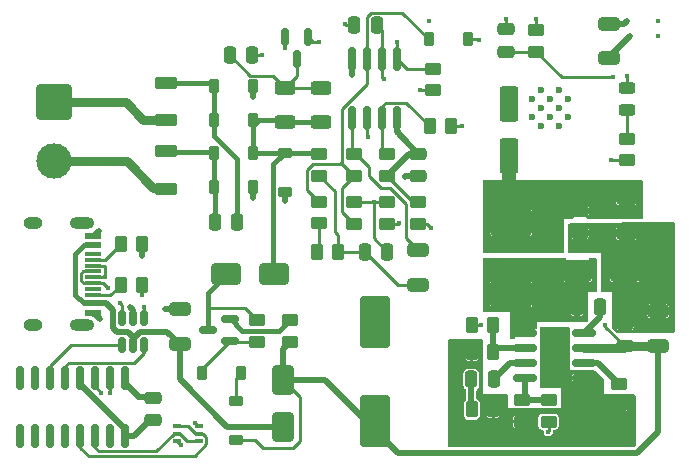
<source format=gtl>
G04 #@! TF.GenerationSoftware,KiCad,Pcbnew,9.0.5*
G04 #@! TF.CreationDate,2025-10-24T16:35:50+02:00*
G04 #@! TF.ProjectId,Mini-EMS-ESP,4d696e69-2d45-44d5-932d-4553502e6b69,rev?*
G04 #@! TF.SameCoordinates,Original*
G04 #@! TF.FileFunction,Copper,L1,Top*
G04 #@! TF.FilePolarity,Positive*
%FSLAX46Y46*%
G04 Gerber Fmt 4.6, Leading zero omitted, Abs format (unit mm)*
G04 Created by KiCad (PCBNEW 9.0.5) date 2025-10-24 16:35:50*
%MOMM*%
%LPD*%
G01*
G04 APERTURE LIST*
G04 Aperture macros list*
%AMRoundRect*
0 Rectangle with rounded corners*
0 $1 Rounding radius*
0 $2 $3 $4 $5 $6 $7 $8 $9 X,Y pos of 4 corners*
0 Add a 4 corners polygon primitive as box body*
4,1,4,$2,$3,$4,$5,$6,$7,$8,$9,$2,$3,0*
0 Add four circle primitives for the rounded corners*
1,1,$1+$1,$2,$3*
1,1,$1+$1,$4,$5*
1,1,$1+$1,$6,$7*
1,1,$1+$1,$8,$9*
0 Add four rect primitives between the rounded corners*
20,1,$1+$1,$2,$3,$4,$5,0*
20,1,$1+$1,$4,$5,$6,$7,0*
20,1,$1+$1,$6,$7,$8,$9,0*
20,1,$1+$1,$8,$9,$2,$3,0*%
G04 Aperture macros list end*
G04 #@! TA.AperFunction,SMDPad,CuDef*
%ADD10RoundRect,0.250000X-0.450000X0.262500X-0.450000X-0.262500X0.450000X-0.262500X0.450000X0.262500X0*%
G04 #@! TD*
G04 #@! TA.AperFunction,SMDPad,CuDef*
%ADD11RoundRect,0.250000X0.450000X-0.262500X0.450000X0.262500X-0.450000X0.262500X-0.450000X-0.262500X0*%
G04 #@! TD*
G04 #@! TA.AperFunction,SMDPad,CuDef*
%ADD12RoundRect,0.250000X0.250000X0.475000X-0.250000X0.475000X-0.250000X-0.475000X0.250000X-0.475000X0*%
G04 #@! TD*
G04 #@! TA.AperFunction,SMDPad,CuDef*
%ADD13RoundRect,0.250000X-0.475000X0.250000X-0.475000X-0.250000X0.475000X-0.250000X0.475000X0.250000X0*%
G04 #@! TD*
G04 #@! TA.AperFunction,SMDPad,CuDef*
%ADD14RoundRect,0.225000X-0.225000X-0.375000X0.225000X-0.375000X0.225000X0.375000X-0.225000X0.375000X0*%
G04 #@! TD*
G04 #@! TA.AperFunction,SMDPad,CuDef*
%ADD15RoundRect,0.250000X0.475000X-0.250000X0.475000X0.250000X-0.475000X0.250000X-0.475000X-0.250000X0*%
G04 #@! TD*
G04 #@! TA.AperFunction,ComponentPad*
%ADD16RoundRect,0.249999X-1.250001X1.250001X-1.250001X-1.250001X1.250001X-1.250001X1.250001X1.250001X0*%
G04 #@! TD*
G04 #@! TA.AperFunction,ComponentPad*
%ADD17C,3.000000*%
G04 #@! TD*
G04 #@! TA.AperFunction,SMDPad,CuDef*
%ADD18RoundRect,0.250000X0.650000X-0.325000X0.650000X0.325000X-0.650000X0.325000X-0.650000X-0.325000X0*%
G04 #@! TD*
G04 #@! TA.AperFunction,SMDPad,CuDef*
%ADD19RoundRect,0.150000X-0.150000X0.825000X-0.150000X-0.825000X0.150000X-0.825000X0.150000X0.825000X0*%
G04 #@! TD*
G04 #@! TA.AperFunction,SMDPad,CuDef*
%ADD20RoundRect,0.150000X-0.150000X0.587500X-0.150000X-0.587500X0.150000X-0.587500X0.150000X0.587500X0*%
G04 #@! TD*
G04 #@! TA.AperFunction,SMDPad,CuDef*
%ADD21RoundRect,0.250000X-0.262500X-0.450000X0.262500X-0.450000X0.262500X0.450000X-0.262500X0.450000X0*%
G04 #@! TD*
G04 #@! TA.AperFunction,SMDPad,CuDef*
%ADD22RoundRect,0.250000X-1.000000X-0.650000X1.000000X-0.650000X1.000000X0.650000X-1.000000X0.650000X0*%
G04 #@! TD*
G04 #@! TA.AperFunction,SMDPad,CuDef*
%ADD23RoundRect,0.250000X0.262500X0.450000X-0.262500X0.450000X-0.262500X-0.450000X0.262500X-0.450000X0*%
G04 #@! TD*
G04 #@! TA.AperFunction,SMDPad,CuDef*
%ADD24RoundRect,0.243750X-0.456250X0.243750X-0.456250X-0.243750X0.456250X-0.243750X0.456250X0.243750X0*%
G04 #@! TD*
G04 #@! TA.AperFunction,SMDPad,CuDef*
%ADD25RoundRect,0.150000X0.587500X0.150000X-0.587500X0.150000X-0.587500X-0.150000X0.587500X-0.150000X0*%
G04 #@! TD*
G04 #@! TA.AperFunction,SMDPad,CuDef*
%ADD26RoundRect,0.250000X-0.250000X-0.475000X0.250000X-0.475000X0.250000X0.475000X-0.250000X0.475000X0*%
G04 #@! TD*
G04 #@! TA.AperFunction,SMDPad,CuDef*
%ADD27RoundRect,0.225000X0.225000X0.375000X-0.225000X0.375000X-0.225000X-0.375000X0.225000X-0.375000X0*%
G04 #@! TD*
G04 #@! TA.AperFunction,SMDPad,CuDef*
%ADD28RoundRect,0.250000X1.500000X-0.925000X1.500000X0.925000X-1.500000X0.925000X-1.500000X-0.925000X0*%
G04 #@! TD*
G04 #@! TA.AperFunction,SMDPad,CuDef*
%ADD29RoundRect,0.225000X0.375000X-0.225000X0.375000X0.225000X-0.375000X0.225000X-0.375000X-0.225000X0*%
G04 #@! TD*
G04 #@! TA.AperFunction,SMDPad,CuDef*
%ADD30RoundRect,0.150000X-0.825000X-0.150000X0.825000X-0.150000X0.825000X0.150000X-0.825000X0.150000X0*%
G04 #@! TD*
G04 #@! TA.AperFunction,SMDPad,CuDef*
%ADD31RoundRect,0.250000X-0.650000X0.325000X-0.650000X-0.325000X0.650000X-0.325000X0.650000X0.325000X0*%
G04 #@! TD*
G04 #@! TA.AperFunction,SMDPad,CuDef*
%ADD32RoundRect,0.250000X0.625000X-0.312500X0.625000X0.312500X-0.625000X0.312500X-0.625000X-0.312500X0*%
G04 #@! TD*
G04 #@! TA.AperFunction,SMDPad,CuDef*
%ADD33RoundRect,0.250000X0.550000X-1.250000X0.550000X1.250000X-0.550000X1.250000X-0.550000X-1.250000X0*%
G04 #@! TD*
G04 #@! TA.AperFunction,SMDPad,CuDef*
%ADD34RoundRect,0.250000X1.000000X-1.950000X1.000000X1.950000X-1.000000X1.950000X-1.000000X-1.950000X0*%
G04 #@! TD*
G04 #@! TA.AperFunction,SMDPad,CuDef*
%ADD35RoundRect,0.250000X0.700000X-0.275000X0.700000X0.275000X-0.700000X0.275000X-0.700000X-0.275000X0*%
G04 #@! TD*
G04 #@! TA.AperFunction,SMDPad,CuDef*
%ADD36R,1.450000X0.600000*%
G04 #@! TD*
G04 #@! TA.AperFunction,SMDPad,CuDef*
%ADD37R,1.450000X0.300000*%
G04 #@! TD*
G04 #@! TA.AperFunction,ComponentPad*
%ADD38O,2.100000X1.000000*%
G04 #@! TD*
G04 #@! TA.AperFunction,ComponentPad*
%ADD39O,1.600000X1.000000*%
G04 #@! TD*
G04 #@! TA.AperFunction,SMDPad,CuDef*
%ADD40RoundRect,0.250000X-0.650000X1.000000X-0.650000X-1.000000X0.650000X-1.000000X0.650000X1.000000X0*%
G04 #@! TD*
G04 #@! TA.AperFunction,SMDPad,CuDef*
%ADD41RoundRect,0.150000X-0.150000X0.512500X-0.150000X-0.512500X0.150000X-0.512500X0.150000X0.512500X0*%
G04 #@! TD*
G04 #@! TA.AperFunction,SMDPad,CuDef*
%ADD42RoundRect,0.100000X0.225000X0.100000X-0.225000X0.100000X-0.225000X-0.100000X0.225000X-0.100000X0*%
G04 #@! TD*
G04 #@! TA.AperFunction,SMDPad,CuDef*
%ADD43RoundRect,0.225000X-0.375000X0.225000X-0.375000X-0.225000X0.375000X-0.225000X0.375000X0.225000X0*%
G04 #@! TD*
G04 #@! TA.AperFunction,HeatsinkPad*
%ADD44C,0.600000*%
G04 #@! TD*
G04 #@! TA.AperFunction,ViaPad*
%ADD45C,0.450000*%
G04 #@! TD*
G04 #@! TA.AperFunction,Conductor*
%ADD46C,0.400000*%
G04 #@! TD*
G04 #@! TA.AperFunction,Conductor*
%ADD47C,0.250000*%
G04 #@! TD*
G04 #@! TA.AperFunction,Conductor*
%ADD48C,0.500000*%
G04 #@! TD*
G04 #@! TA.AperFunction,Conductor*
%ADD49C,1.200000*%
G04 #@! TD*
G04 #@! TA.AperFunction,Conductor*
%ADD50C,0.800000*%
G04 #@! TD*
G04 APERTURE END LIST*
D10*
X107696000Y-91289500D03*
X107696000Y-93114500D03*
D11*
X92811600Y-114399700D03*
X92811600Y-112574700D03*
D12*
X121788000Y-111506000D03*
X119888000Y-111506000D03*
D13*
X106426000Y-98491000D03*
X106426000Y-100391000D03*
X120142000Y-103317000D03*
X120142000Y-105217000D03*
D14*
X89155000Y-101303667D03*
X92455000Y-101303667D03*
D15*
X123952000Y-114803000D03*
X123952000Y-112903000D03*
D16*
X75590400Y-94136000D03*
D17*
X75590400Y-99136000D03*
D18*
X86233000Y-114632000D03*
X86233000Y-111682000D03*
D19*
X104648000Y-90489000D03*
X103378000Y-90489000D03*
X102108000Y-90489000D03*
X100838000Y-90489000D03*
X100838000Y-95439000D03*
X102108000Y-95439000D03*
X103378000Y-95439000D03*
X104648000Y-95439000D03*
D20*
X97089000Y-88597500D03*
X95189000Y-88597500D03*
X96139000Y-90472500D03*
D10*
X103759000Y-102592500D03*
X103759000Y-104417500D03*
D19*
X81616000Y-117463189D03*
X80346000Y-117463189D03*
X79076000Y-117463189D03*
X77806000Y-117463189D03*
X76536000Y-117463189D03*
X75266000Y-117463189D03*
X73996000Y-117463189D03*
X72726000Y-117463189D03*
X72726000Y-122413189D03*
X73996000Y-122413189D03*
X75266000Y-122413189D03*
X76536000Y-122413189D03*
X77806000Y-122413189D03*
X79076000Y-122413189D03*
X80346000Y-122413189D03*
X81616000Y-122413189D03*
D10*
X98044000Y-98528500D03*
X98044000Y-100353500D03*
D21*
X110974500Y-120142000D03*
X112799500Y-120142000D03*
D10*
X123444000Y-117959500D03*
X123444000Y-119784500D03*
D22*
X119920000Y-108458000D03*
X123920000Y-108458000D03*
D23*
X99667700Y-106781600D03*
X97842700Y-106781600D03*
D24*
X124104400Y-92940900D03*
X124104400Y-94815900D03*
D25*
X90497900Y-114386400D03*
X90497900Y-112486400D03*
X88622900Y-113436400D03*
D26*
X101031000Y-87565000D03*
X102931000Y-87565000D03*
D27*
X92455000Y-95631000D03*
X89155000Y-95631000D03*
D28*
X114300000Y-110340000D03*
X114300000Y-104290000D03*
D23*
X112799500Y-115316000D03*
X110974500Y-115316000D03*
D29*
X91033600Y-122706400D03*
X91033600Y-119406400D03*
D10*
X100965000Y-98528500D03*
X100965000Y-100353500D03*
X100965000Y-102592500D03*
X100965000Y-104417500D03*
D11*
X103759000Y-100353500D03*
X103759000Y-98528500D03*
D30*
X115508000Y-113665000D03*
X115508000Y-114935000D03*
X115508000Y-116205000D03*
X115508000Y-117475000D03*
X120458000Y-117475000D03*
X120458000Y-116205000D03*
X120458000Y-114935000D03*
X120458000Y-113665000D03*
D18*
X126746000Y-114759000D03*
X126746000Y-111809000D03*
D21*
X110974500Y-113030000D03*
X112799500Y-113030000D03*
D31*
X124079000Y-102284000D03*
X124079000Y-105234000D03*
D14*
X89155000Y-92794667D03*
X92455000Y-92794667D03*
D10*
X116433600Y-88038300D03*
X116433600Y-89863300D03*
D12*
X91120000Y-104267000D03*
X89220000Y-104267000D03*
D26*
X90490000Y-90170000D03*
X92390000Y-90170000D03*
D27*
X110666800Y-88798400D03*
X107366800Y-88798400D03*
D32*
X95123000Y-95823500D03*
X95123000Y-92898500D03*
D15*
X113842800Y-89850000D03*
X113842800Y-87950000D03*
D10*
X115189000Y-119356500D03*
X115189000Y-121181500D03*
D15*
X83972400Y-121041200D03*
X83972400Y-119141200D03*
D21*
X107418500Y-96139000D03*
X109243500Y-96139000D03*
D33*
X114096800Y-98669200D03*
X114096800Y-94269200D03*
D27*
X91413600Y-117094000D03*
X88113600Y-117094000D03*
D11*
X124155200Y-99058100D03*
X124155200Y-97233100D03*
D34*
X102819200Y-121141600D03*
X102819200Y-112741600D03*
D26*
X110937000Y-117602000D03*
X112837000Y-117602000D03*
D21*
X81233000Y-106172000D03*
X83058000Y-106172000D03*
D26*
X101920000Y-106781600D03*
X103820000Y-106781600D03*
D35*
X85090000Y-95656800D03*
X85090000Y-92506800D03*
D31*
X122555000Y-87474000D03*
X122555000Y-90424000D03*
D36*
X78921000Y-105487000D03*
X78921000Y-106262000D03*
D37*
X78921000Y-106962000D03*
X78921000Y-107462000D03*
X78921000Y-107962000D03*
X78921000Y-108462000D03*
X78921000Y-108962000D03*
X78921000Y-109462000D03*
X78921000Y-109962000D03*
X78921000Y-110462000D03*
D36*
X78921000Y-111162000D03*
X78921000Y-111937000D03*
D38*
X78006000Y-104392000D03*
X78006000Y-104392000D03*
D39*
X73826000Y-104392000D03*
X73826000Y-104392000D03*
D38*
X78006000Y-113032000D03*
X78006000Y-113032000D03*
D39*
X73826000Y-113032000D03*
X73826000Y-113032000D03*
D22*
X90202000Y-108712000D03*
X94202000Y-108712000D03*
D32*
X98171000Y-95823500D03*
X98171000Y-92898500D03*
D31*
X106426000Y-106627400D03*
X106426000Y-109577400D03*
D40*
X94996000Y-117634000D03*
X94996000Y-121634000D03*
D21*
X81233000Y-109601000D03*
X83058000Y-109601000D03*
D11*
X98044000Y-104392100D03*
X98044000Y-102567100D03*
D27*
X92455000Y-98467334D03*
X89155000Y-98467334D03*
D10*
X117475000Y-119356500D03*
X117475000Y-121181500D03*
D35*
X85090000Y-101447800D03*
X85090000Y-98297800D03*
D41*
X83246000Y-112400500D03*
X82296000Y-112400500D03*
X81346000Y-112400500D03*
X81346000Y-114675500D03*
X82296000Y-114675500D03*
X83246000Y-114675500D03*
D10*
X106426000Y-102617900D03*
X106426000Y-104442900D03*
D42*
X87879000Y-122839000D03*
X87879000Y-122189000D03*
X87879000Y-121539000D03*
X85979000Y-121539000D03*
X85979000Y-122189000D03*
X85979000Y-122839000D03*
D11*
X95605600Y-114399700D03*
X95605600Y-112574700D03*
D43*
X95123000Y-98426000D03*
X95123000Y-101726000D03*
D44*
X119159000Y-95351500D03*
X119159000Y-93826500D03*
X118396500Y-96114000D03*
X118396500Y-94589000D03*
X118396500Y-93064000D03*
X117634000Y-95351500D03*
X117634000Y-93826500D03*
X116871500Y-96114000D03*
X116871500Y-94589000D03*
X116871500Y-93064000D03*
X116109000Y-95351500D03*
X116109000Y-93826500D03*
D45*
X118745000Y-115443000D03*
X111556800Y-88849200D03*
X79502000Y-112522000D03*
X118745000Y-114554000D03*
X117221000Y-115443000D03*
X125603000Y-106553000D03*
X117221000Y-116332000D03*
X123444000Y-110845600D03*
X101953443Y-114501732D03*
X82677000Y-118999000D03*
X117983000Y-117221000D03*
X118745000Y-113665000D03*
X117221000Y-117221000D03*
X121285000Y-119761000D03*
X119761000Y-118745000D03*
X100203000Y-87503000D03*
X117983000Y-115443000D03*
X113588800Y-93040200D03*
X124841000Y-106553000D03*
X124307600Y-111607600D03*
X84963000Y-111633000D03*
X125120400Y-110845600D03*
X92456000Y-93726000D03*
X118999000Y-118745000D03*
X83058000Y-107188000D03*
X120523000Y-119761000D03*
X93218000Y-90170000D03*
X120523000Y-120777000D03*
X124104400Y-91897200D03*
X95123000Y-89535000D03*
X83058000Y-110490000D03*
X117221000Y-114554000D03*
X124079000Y-106553000D03*
X119761000Y-119761000D03*
X118999000Y-120777000D03*
X82042000Y-111506000D03*
X79375000Y-105029000D03*
X100838000Y-91821000D03*
X126746000Y-87249000D03*
X105283000Y-100457000D03*
X95123000Y-102489000D03*
X118745000Y-117221000D03*
X117983000Y-116332000D03*
X114604800Y-93040200D03*
X103682800Y-114503200D03*
X119761000Y-120777000D03*
X125120400Y-111607600D03*
X124079000Y-87249000D03*
X104775000Y-104394000D03*
X117221000Y-113665000D03*
X92456000Y-102235000D03*
X117983000Y-114554000D03*
X107315000Y-87249000D03*
X123317000Y-106553000D03*
X121285000Y-118745000D03*
X118999000Y-119761000D03*
X118745000Y-116332000D03*
X117983000Y-113665000D03*
X113842800Y-87122000D03*
X121285000Y-120777000D03*
X124307600Y-110845600D03*
X123444000Y-111607600D03*
X102815105Y-114501732D03*
X120523000Y-118745000D03*
X105123000Y-97188000D03*
X122021600Y-101142800D03*
X118973600Y-101142800D03*
X119989600Y-101142800D03*
X117955299Y-101138508D03*
X117449600Y-122021600D03*
X123037600Y-101142800D03*
X106553000Y-93091000D03*
X82753200Y-122021600D03*
X126746000Y-88519000D03*
X124333000Y-88519000D03*
X116433600Y-87071200D03*
X116939299Y-101138508D03*
X121005600Y-101142800D03*
X124053600Y-101142800D03*
X102666800Y-102592500D03*
X102158800Y-97078800D03*
X103505000Y-92185000D03*
X122275600Y-112979200D03*
X111760000Y-113030000D03*
X87503000Y-121285000D03*
X107543600Y-104800400D03*
X86360000Y-123190000D03*
X122936000Y-92025000D03*
X98044000Y-89052400D03*
X104648000Y-89052400D03*
X110109000Y-96139000D03*
X80330432Y-118735232D03*
X79603600Y-118719600D03*
X80137000Y-109855000D03*
X83185000Y-111506000D03*
X81153000Y-111142000D03*
X79947000Y-108913000D03*
X122783600Y-99009200D03*
D46*
X89155000Y-95631000D02*
X89155000Y-92794667D01*
X89155000Y-97011158D02*
X89155000Y-95631000D01*
X85090000Y-92506800D02*
X85496200Y-92506800D01*
X91120000Y-104267000D02*
X91120000Y-98976158D01*
X88901000Y-92540667D02*
X89155000Y-92794667D01*
X85496200Y-92506800D02*
X85530067Y-92540667D01*
X85530067Y-92540667D02*
X88901000Y-92540667D01*
X91120000Y-98976158D02*
X89155000Y-97011158D01*
X85090000Y-98297800D02*
X85496200Y-98297800D01*
X89220000Y-101368667D02*
X89155000Y-101303667D01*
X89019333Y-98331667D02*
X89155000Y-98467334D01*
X85530067Y-98331667D02*
X89019333Y-98331667D01*
X89155000Y-101303667D02*
X89155000Y-98467334D01*
X85496200Y-98297800D02*
X85530067Y-98331667D01*
X89220000Y-104267000D02*
X89220000Y-101368667D01*
D47*
X124104400Y-92940900D02*
X124104400Y-91897200D01*
D48*
X83972400Y-119141200D02*
X83896200Y-119065000D01*
D47*
X92390000Y-90170000D02*
X93218000Y-90170000D01*
D48*
X82296000Y-112400500D02*
X82296000Y-111760000D01*
X92455000Y-102234000D02*
X92456000Y-102235000D01*
X122555000Y-87474000D02*
X123854000Y-87474000D01*
X81616000Y-117463189D02*
X81616000Y-117938000D01*
X82296000Y-111760000D02*
X82042000Y-111506000D01*
X78921000Y-105487000D02*
X78921000Y-105483000D01*
X105349000Y-100391000D02*
X105283000Y-100457000D01*
X106426000Y-100391000D02*
X105349000Y-100391000D01*
D47*
X100265000Y-87565000D02*
X100203000Y-87503000D01*
D48*
X78921000Y-105483000D02*
X79375000Y-105029000D01*
X86233000Y-111682000D02*
X85012000Y-111682000D01*
X78921000Y-111941000D02*
X79502000Y-112522000D01*
D47*
X111506000Y-88798400D02*
X111556800Y-88849200D01*
X104751500Y-104417500D02*
X104775000Y-104394000D01*
D48*
X83058000Y-106172000D02*
X83058000Y-107188000D01*
D47*
X101031000Y-87565000D02*
X100265000Y-87565000D01*
D48*
X100838000Y-90489000D02*
X100838000Y-91821000D01*
X92455000Y-101303667D02*
X92455000Y-102234000D01*
D47*
X95189000Y-88597500D02*
X95189000Y-89469000D01*
D48*
X123854000Y-87474000D02*
X124079000Y-87249000D01*
X85012000Y-111682000D02*
X84963000Y-111633000D01*
X83896200Y-119065000D02*
X82743000Y-119065000D01*
D47*
X95189000Y-89469000D02*
X95123000Y-89535000D01*
D48*
X81616000Y-117938000D02*
X82677000Y-118999000D01*
X95123000Y-101726000D02*
X95123000Y-102489000D01*
D47*
X113842800Y-87950000D02*
X113842800Y-87122000D01*
D48*
X78921000Y-111937000D02*
X78921000Y-111941000D01*
X92455000Y-92794667D02*
X92455000Y-93725000D01*
X92455000Y-93725000D02*
X92456000Y-93726000D01*
D47*
X103759000Y-104417500D02*
X104751500Y-104417500D01*
X83058000Y-109601000D02*
X83058000Y-110490000D01*
X110666800Y-88798400D02*
X111506000Y-88798400D01*
D48*
X82743000Y-119065000D02*
X82677000Y-118999000D01*
D47*
X96139000Y-91882500D02*
X95123000Y-92898500D01*
X98171000Y-92898500D02*
X95123000Y-92898500D01*
X95123000Y-92898500D02*
X94118167Y-91893667D01*
X92213667Y-91893667D02*
X90490000Y-90170000D01*
X96139000Y-90472500D02*
X96139000Y-91882500D01*
X94118167Y-91893667D02*
X92213667Y-91893667D01*
D48*
X83733600Y-121041200D02*
X82753200Y-122021600D01*
X105123000Y-97188000D02*
X104775000Y-96840000D01*
X105621500Y-98491000D02*
X106426000Y-98491000D01*
X104775000Y-96774000D02*
X104648000Y-96647000D01*
D47*
X117475000Y-121181500D02*
X117475000Y-121996200D01*
D48*
X103759000Y-100353500D02*
X105621500Y-98491000D01*
X81616000Y-121796933D02*
X77806000Y-117986933D01*
X104648000Y-96647000D02*
X104648000Y-95439000D01*
D47*
X117475000Y-121996200D02*
X117449600Y-122021600D01*
D48*
X82361611Y-122413189D02*
X82753200Y-122021600D01*
X104775000Y-96840000D02*
X104775000Y-96774000D01*
X106426000Y-98491000D02*
X105123000Y-97188000D01*
X81616000Y-122413189D02*
X82361611Y-122413189D01*
D47*
X106426000Y-102617900D02*
X106023400Y-102617900D01*
D48*
X81616000Y-122413189D02*
X81616000Y-121796933D01*
X83972400Y-121041200D02*
X83733600Y-121041200D01*
D47*
X106576500Y-93114500D02*
X106553000Y-93091000D01*
X116433600Y-88038300D02*
X116433600Y-87071200D01*
X106023400Y-102617900D02*
X103759000Y-100353500D01*
D48*
X77806000Y-117986933D02*
X77806000Y-117463189D01*
D47*
X107696000Y-93114500D02*
X106576500Y-93114500D01*
D48*
X122555000Y-90424000D02*
X122555000Y-90297000D01*
X122555000Y-90297000D02*
X124333000Y-88519000D01*
D49*
X114096800Y-98669200D02*
X114096800Y-101142800D01*
D47*
X105425000Y-105626400D02*
X105425000Y-102759840D01*
X103303640Y-101396800D02*
X102260400Y-100353560D01*
X105425000Y-102759840D02*
X104061960Y-101396800D01*
X100838000Y-95439000D02*
X100838000Y-98401500D01*
X102260400Y-100353560D02*
X102260400Y-99618800D01*
X102260400Y-99618800D02*
X101170100Y-98528500D01*
X104061960Y-101396800D02*
X103303640Y-101396800D01*
X101170100Y-98528500D02*
X100965000Y-98528500D01*
X106426000Y-106627400D02*
X105425000Y-105626400D01*
X100838000Y-98401500D02*
X100965000Y-98528500D01*
X99364800Y-101674300D02*
X98044000Y-100353500D01*
X99667700Y-106781600D02*
X99667700Y-105408100D01*
X101920000Y-106781600D02*
X99667700Y-106781600D01*
X99364800Y-105105200D02*
X99364800Y-101674300D01*
X99667700Y-105408100D02*
X99364800Y-105105200D01*
X104715800Y-109577400D02*
X101920000Y-106781600D01*
X106426000Y-109577400D02*
X104715800Y-109577400D01*
X103759000Y-102592500D02*
X102666800Y-102592500D01*
X102108000Y-95439000D02*
X102108000Y-97028000D01*
X102108000Y-97028000D02*
X102158800Y-97078800D01*
X102666800Y-105628400D02*
X102666800Y-102592500D01*
X102666800Y-102592500D02*
X100965000Y-102592500D01*
X103820000Y-106781600D02*
X102666800Y-105628400D01*
X103378000Y-90489000D02*
X103378000Y-92058000D01*
X103378000Y-89027000D02*
X103378000Y-88012000D01*
X103378000Y-92058000D02*
X103505000Y-92185000D01*
X103378000Y-88012000D02*
X102931000Y-87565000D01*
X103378000Y-90489000D02*
X103378000Y-89027000D01*
D50*
X120458000Y-114935000D02*
X122809000Y-114935000D01*
D47*
X95859600Y-123444000D02*
X96469200Y-122834400D01*
D50*
X122809000Y-114935000D02*
X123820000Y-114935000D01*
D48*
X126746000Y-122047000D02*
X124968000Y-123825000D01*
X126746000Y-114759000D02*
X126746000Y-122047000D01*
X94996000Y-115009300D02*
X95605600Y-114399700D01*
D47*
X93319600Y-123444000D02*
X95859600Y-123444000D01*
D48*
X98533200Y-117634000D02*
X94996000Y-117634000D01*
D50*
X126746000Y-114759000D02*
X123996000Y-114759000D01*
D48*
X102819200Y-121903600D02*
X102819200Y-121141600D01*
D50*
X123820000Y-114935000D02*
X123952000Y-114803000D01*
D47*
X122275600Y-112979200D02*
X122275600Y-113126600D01*
X91060000Y-122732800D02*
X92608400Y-122732800D01*
X96469200Y-122834400D02*
X96469200Y-119107200D01*
X91033600Y-122706400D02*
X91060000Y-122732800D01*
X96469200Y-119107200D02*
X94996000Y-117634000D01*
D48*
X94996000Y-117634000D02*
X94996000Y-115009300D01*
X102040800Y-121141600D02*
X98533200Y-117634000D01*
D47*
X110974500Y-113030000D02*
X111760000Y-113030000D01*
X122275600Y-113126600D02*
X123952000Y-114803000D01*
D50*
X123996000Y-114759000D02*
X123952000Y-114803000D01*
D48*
X124968000Y-123825000D02*
X104740600Y-123825000D01*
D47*
X92608400Y-122732800D02*
X93319600Y-123444000D01*
D48*
X102819200Y-121141600D02*
X102040800Y-121141600D01*
X104740600Y-123825000D02*
X102819200Y-121903600D01*
X121788000Y-111506000D02*
X121788000Y-112335000D01*
X121788000Y-112335000D02*
X120458000Y-113665000D01*
X110937000Y-117602000D02*
X110937000Y-120104500D01*
X110937000Y-120104500D02*
X110974500Y-120142000D01*
X114234000Y-116205000D02*
X112837000Y-117602000D01*
X115508000Y-116205000D02*
X114234000Y-116205000D01*
X81869999Y-113587000D02*
X82296000Y-114013001D01*
D46*
X77394000Y-110422570D02*
X77394000Y-107001430D01*
D48*
X82296000Y-114144256D02*
X82853256Y-113587000D01*
X90263112Y-121634000D02*
X94996000Y-121634000D01*
D46*
X78133430Y-106262000D02*
X78921000Y-106262000D01*
D48*
X82853256Y-113587000D02*
X85188000Y-113587000D01*
X85188000Y-113587000D02*
X86233000Y-114632000D01*
X80023000Y-111162000D02*
X80620000Y-111759000D01*
X82296000Y-114013001D02*
X82296000Y-114675500D01*
X82296000Y-114675500D02*
X82296000Y-114144256D01*
D46*
X78921000Y-111162000D02*
X78133430Y-111162000D01*
D48*
X86233000Y-114632000D02*
X86233000Y-117603888D01*
D46*
X77394000Y-107001430D02*
X78133430Y-106262000D01*
D48*
X80953256Y-113587000D02*
X81869999Y-113587000D01*
X86233000Y-117603888D02*
X90263112Y-121634000D01*
D46*
X78133430Y-111162000D02*
X77394000Y-110422570D01*
D48*
X80620000Y-111759000D02*
X80620000Y-113253744D01*
X80620000Y-113253744D02*
X80953256Y-113587000D01*
X78921000Y-111162000D02*
X80023000Y-111162000D01*
D46*
X94147000Y-108657000D02*
X94147000Y-99402000D01*
X97941500Y-98426000D02*
X98044000Y-98528500D01*
X95123000Y-98426000D02*
X97941500Y-98426000D01*
X95123000Y-95823500D02*
X98171000Y-95823500D01*
X92455000Y-98467334D02*
X92455000Y-96140000D01*
X92455000Y-96140000D02*
X92964000Y-95631000D01*
X94202000Y-108712000D02*
X94147000Y-108657000D01*
X94147000Y-99402000D02*
X95123000Y-98426000D01*
X95081666Y-98467334D02*
X95123000Y-98426000D01*
X92455000Y-95631000D02*
X92964000Y-95631000D01*
X94930500Y-95631000D02*
X95123000Y-95823500D01*
X92964000Y-95631000D02*
X94930500Y-95631000D01*
X92455000Y-98467334D02*
X95081666Y-98467334D01*
D47*
X100965000Y-100353500D02*
X99964000Y-99352500D01*
X97043000Y-101566100D02*
X97043000Y-99855840D01*
X102445840Y-86539000D02*
X102108000Y-86876840D01*
X105107400Y-86539000D02*
X102445840Y-86539000D01*
X97043000Y-99855840D02*
X97556840Y-99342000D01*
X98044000Y-102567100D02*
X97043000Y-101566100D01*
X100965000Y-104417500D02*
X99964000Y-103416500D01*
X99964000Y-99161600D02*
X99964000Y-94696032D01*
X97556840Y-99342000D02*
X99783600Y-99342000D01*
X102108000Y-86876840D02*
X102108000Y-90489000D01*
X99964000Y-101354500D02*
X100965000Y-100353500D01*
X99964000Y-94696032D02*
X102108000Y-92552032D01*
X99964000Y-103416500D02*
X99964000Y-101354500D01*
X99783600Y-99342000D02*
X99964000Y-99161600D01*
X99964000Y-99352500D02*
X99964000Y-99161600D01*
X107366800Y-88798400D02*
X105107400Y-86539000D01*
X102108000Y-92552032D02*
X102108000Y-90489000D01*
X91033600Y-117474000D02*
X91413600Y-117094000D01*
X91033600Y-119406400D02*
X91033600Y-117474000D01*
X88113600Y-116719900D02*
X90497900Y-114335600D01*
X88113600Y-117094000D02*
X88113600Y-116719900D01*
X92811600Y-114399700D02*
X90562000Y-114399700D01*
X90562000Y-114399700D02*
X90497900Y-114335600D01*
X92811600Y-112574700D02*
X91793700Y-111556800D01*
D46*
X88622900Y-111556800D02*
X88622900Y-110291100D01*
D47*
X91793700Y-111556800D02*
X88622900Y-111556800D01*
D46*
X88622900Y-113385600D02*
X88622900Y-111556800D01*
X88622900Y-110291100D02*
X90202000Y-108712000D01*
D50*
X85039400Y-101397200D02*
X85090000Y-101447800D01*
X81762400Y-99136000D02*
X84023600Y-101397200D01*
X84023600Y-101397200D02*
X85039400Y-101397200D01*
X75590400Y-99136000D02*
X81762400Y-99136000D01*
X81690000Y-94136000D02*
X83160200Y-95606200D01*
X85039400Y-95606200D02*
X85090000Y-95656800D01*
X83160200Y-95606200D02*
X85039400Y-95606200D01*
X75590400Y-94136000D02*
X81690000Y-94136000D01*
D46*
X90497900Y-112435600D02*
X91549500Y-113487200D01*
X94693100Y-113487200D02*
X95605600Y-112574700D01*
X91549500Y-113487200D02*
X94693100Y-113487200D01*
D47*
X77806000Y-123388188D02*
X78533001Y-124115189D01*
X88203999Y-122189000D02*
X87879000Y-122189000D01*
X86984130Y-121539000D02*
X87634130Y-122189000D01*
X87497681Y-124115189D02*
X88505000Y-123107870D01*
X85979000Y-121539000D02*
X86984130Y-121539000D01*
X87634130Y-122189000D02*
X87879000Y-122189000D01*
X88505000Y-122490001D02*
X88203999Y-122189000D01*
X77806000Y-122413189D02*
X77806000Y-123388188D01*
X78533001Y-124115189D02*
X87497681Y-124115189D01*
X88505000Y-123107870D02*
X88505000Y-122490001D01*
X85734130Y-122189000D02*
X85979000Y-122189000D01*
X79076000Y-122413189D02*
X79076000Y-123388188D01*
X79076000Y-123388188D02*
X79377001Y-123689189D01*
X87879000Y-122839000D02*
X86877000Y-122839000D01*
X79377001Y-123689189D02*
X84233941Y-123689189D01*
X84233941Y-123689189D02*
X85734130Y-122189000D01*
X86227000Y-122189000D02*
X85979000Y-122189000D01*
X86877000Y-122839000D02*
X86227000Y-122189000D01*
X87757000Y-121539000D02*
X87503000Y-121285000D01*
X87879000Y-121539000D02*
X87757000Y-121539000D01*
X106426000Y-104442900D02*
X107186100Y-104442900D01*
X107186100Y-104442900D02*
X107543600Y-104800400D01*
X85979000Y-122839000D02*
X86009000Y-122839000D01*
X116433600Y-89863300D02*
X118595300Y-92025000D01*
X86009000Y-122839000D02*
X86360000Y-123190000D01*
X118595300Y-92025000D02*
X122936000Y-92025000D01*
X113842800Y-89850000D02*
X116420300Y-89850000D01*
X116420300Y-89850000D02*
X116433600Y-89863300D01*
X104648000Y-90489000D02*
X104648000Y-89052400D01*
X97543900Y-89052400D02*
X97089000Y-88597500D01*
X105448500Y-91289500D02*
X104648000Y-90489000D01*
X98044000Y-89052400D02*
X97543900Y-89052400D01*
X107696000Y-91289500D02*
X105448500Y-91289500D01*
X103378000Y-98147500D02*
X103759000Y-98528500D01*
X103378000Y-94464001D02*
X103378000Y-95439000D01*
X107418500Y-96139000D02*
X105442500Y-94163000D01*
X105442500Y-94163000D02*
X103679001Y-94163000D01*
X103378000Y-95439000D02*
X103378000Y-98147500D01*
X103679001Y-94163000D02*
X103378000Y-94464001D01*
X110109000Y-96139000D02*
X109243500Y-96139000D01*
D48*
X121689500Y-116205000D02*
X120458000Y-116205000D01*
X123444000Y-117959500D02*
X121689500Y-116205000D01*
X113180500Y-114935000D02*
X112799500Y-115316000D01*
X112799500Y-113030000D02*
X112799500Y-115316000D01*
X115508000Y-114935000D02*
X113180500Y-114935000D01*
X117475000Y-119356500D02*
X115189000Y-119356500D01*
X115508000Y-119037500D02*
X115189000Y-119356500D01*
X115508000Y-117475000D02*
X115508000Y-119037500D01*
D47*
X80824000Y-109192000D02*
X81233000Y-109601000D01*
X80372000Y-110462000D02*
X81233000Y-109601000D01*
X78921000Y-110462000D02*
X80372000Y-110462000D01*
X78921000Y-107462000D02*
X79943000Y-107462000D01*
X79943000Y-107462000D02*
X81233000Y-106172000D01*
X80330432Y-117478757D02*
X80346000Y-117463189D01*
X80330432Y-118735232D02*
X80330432Y-117478757D01*
X124155200Y-94866700D02*
X124104400Y-94815900D01*
X124155200Y-97233100D02*
X124155200Y-94866700D01*
X98044000Y-104392100D02*
X98044000Y-106580300D01*
X98044000Y-106580300D02*
X97842700Y-106781600D01*
X79076000Y-118192000D02*
X79076000Y-117463189D01*
X79603600Y-118719600D02*
X79076000Y-118192000D01*
X76536000Y-116488190D02*
X76536000Y-117463189D01*
X76837001Y-116187189D02*
X76536000Y-116488190D01*
X83246000Y-115337999D02*
X82396810Y-116187189D01*
X83246000Y-114675500D02*
X83246000Y-115337999D01*
X82396810Y-116187189D02*
X76837001Y-116187189D01*
X75266000Y-116488190D02*
X77078690Y-114675500D01*
X77078690Y-114675500D02*
X81346000Y-114675500D01*
X75266000Y-117463189D02*
X75266000Y-116488190D01*
X78921000Y-109462000D02*
X79744000Y-109462000D01*
X77895000Y-109240000D02*
X78117000Y-109462000D01*
X77895000Y-108642600D02*
X77895000Y-109240000D01*
X78117000Y-109462000D02*
X78921000Y-109462000D01*
X79744000Y-109462000D02*
X80137000Y-109855000D01*
X78075600Y-108462000D02*
X77895000Y-108642600D01*
X78921000Y-108462000D02*
X78075600Y-108462000D01*
X83185000Y-112339500D02*
X83246000Y-112400500D01*
X83185000Y-111506000D02*
X83185000Y-112339500D01*
X79947000Y-108011000D02*
X79898000Y-107962000D01*
X81346000Y-111335000D02*
X81153000Y-111142000D01*
X78921000Y-108962000D02*
X79898000Y-108962000D01*
X79898000Y-107962000D02*
X78921000Y-107962000D01*
X79898000Y-108962000D02*
X79947000Y-108913000D01*
X81346000Y-112400500D02*
X81346000Y-111335000D01*
X79947000Y-108913000D02*
X79947000Y-108011000D01*
X124106300Y-99009200D02*
X124155200Y-99058100D01*
X122783600Y-99009200D02*
X124106300Y-99009200D01*
G04 #@! TA.AperFunction,Conductor*
G36*
X118925064Y-107334685D02*
G01*
X118970819Y-107387489D01*
X118980763Y-107456647D01*
X118951738Y-107520203D01*
X118892960Y-107557977D01*
X118882216Y-107560617D01*
X118822459Y-107572503D01*
X118822455Y-107572505D01*
X118739760Y-107627760D01*
X118684505Y-107710455D01*
X118684503Y-107710459D01*
X118670000Y-107783371D01*
X118670000Y-108333000D01*
X121170000Y-108333000D01*
X121170000Y-107783373D01*
X121169999Y-107783371D01*
X121155496Y-107710459D01*
X121155494Y-107710455D01*
X121100239Y-107627760D01*
X121017544Y-107572505D01*
X121017540Y-107572503D01*
X120957784Y-107560617D01*
X120895873Y-107528232D01*
X120861299Y-107467517D01*
X120865038Y-107397747D01*
X120905905Y-107341075D01*
X120970923Y-107315494D01*
X120981975Y-107315000D01*
X121415000Y-107315000D01*
X121482039Y-107334685D01*
X121527794Y-107387489D01*
X121539000Y-107439000D01*
X121539000Y-110112000D01*
X121519315Y-110179039D01*
X121466511Y-110224794D01*
X121415000Y-110236000D01*
X120777000Y-110236000D01*
X120777000Y-112652000D01*
X120757315Y-112719039D01*
X120704511Y-112764794D01*
X120653000Y-112776000D01*
X116459000Y-112776000D01*
X116459000Y-113241000D01*
X116439315Y-113308039D01*
X116386511Y-113353794D01*
X116335000Y-113365000D01*
X115633000Y-113365000D01*
X115633000Y-113541000D01*
X115630449Y-113549685D01*
X115631738Y-113558647D01*
X115620759Y-113582687D01*
X115613315Y-113608039D01*
X115606474Y-113613966D01*
X115602713Y-113622203D01*
X115580478Y-113636492D01*
X115560511Y-113653794D01*
X115549996Y-113656081D01*
X115543935Y-113659977D01*
X115509000Y-113665000D01*
X115508000Y-113665000D01*
X115508000Y-113666000D01*
X115488315Y-113733039D01*
X115435511Y-113778794D01*
X115384000Y-113790000D01*
X114533001Y-113790000D01*
X114533001Y-113829772D01*
X114541703Y-113873526D01*
X114541704Y-113873529D01*
X114574856Y-113923143D01*
X114608910Y-113945898D01*
X114653715Y-113999510D01*
X114662422Y-114068835D01*
X114632267Y-114131863D01*
X114572824Y-114168582D01*
X114540019Y-114173000D01*
X114297000Y-114173000D01*
X114229961Y-114153315D01*
X114184206Y-114100511D01*
X114173000Y-114049000D01*
X114173000Y-113500220D01*
X114533000Y-113500220D01*
X114533000Y-113540000D01*
X115383000Y-113540000D01*
X115383000Y-113365000D01*
X114668228Y-113365000D01*
X114624472Y-113373703D01*
X114624470Y-113373704D01*
X114574856Y-113406856D01*
X114541703Y-113456473D01*
X114541701Y-113456477D01*
X114533000Y-113500220D01*
X114173000Y-113500220D01*
X114173000Y-112005628D01*
X119388000Y-112005628D01*
X119402503Y-112078540D01*
X119402505Y-112078544D01*
X119457760Y-112161239D01*
X119540455Y-112216494D01*
X119540459Y-112216496D01*
X119613371Y-112230999D01*
X119613374Y-112231000D01*
X119763000Y-112231000D01*
X120013000Y-112231000D01*
X120162626Y-112231000D01*
X120162628Y-112230999D01*
X120235540Y-112216496D01*
X120235544Y-112216494D01*
X120318239Y-112161239D01*
X120373494Y-112078544D01*
X120373496Y-112078540D01*
X120387999Y-112005628D01*
X120388000Y-112005626D01*
X120388000Y-111631000D01*
X120013000Y-111631000D01*
X120013000Y-112231000D01*
X119763000Y-112231000D01*
X119763000Y-111631000D01*
X119388000Y-111631000D01*
X119388000Y-112005628D01*
X114173000Y-112005628D01*
X114173000Y-111887000D01*
X112011000Y-111887000D01*
X111943961Y-111867315D01*
X111898206Y-111814511D01*
X111887000Y-111763000D01*
X111887000Y-111289628D01*
X112550000Y-111289628D01*
X112564503Y-111362540D01*
X112564505Y-111362544D01*
X112619760Y-111445239D01*
X112702455Y-111500494D01*
X112702459Y-111500496D01*
X112775371Y-111514999D01*
X112775374Y-111515000D01*
X114175000Y-111515000D01*
X114425000Y-111515000D01*
X115824626Y-111515000D01*
X115824628Y-111514999D01*
X115897540Y-111500496D01*
X115897547Y-111500493D01*
X115933398Y-111476538D01*
X115933402Y-111476536D01*
X115980239Y-111445239D01*
X116035494Y-111362544D01*
X116035496Y-111362540D01*
X116049999Y-111289628D01*
X116050000Y-111289626D01*
X116050000Y-111006371D01*
X119388000Y-111006371D01*
X119388000Y-111381000D01*
X119763000Y-111381000D01*
X120013000Y-111381000D01*
X120388000Y-111381000D01*
X120388000Y-111006373D01*
X120387999Y-111006371D01*
X120373496Y-110933459D01*
X120373494Y-110933455D01*
X120318239Y-110850760D01*
X120235544Y-110795505D01*
X120235540Y-110795503D01*
X120162627Y-110781000D01*
X120013000Y-110781000D01*
X120013000Y-111381000D01*
X119763000Y-111381000D01*
X119763000Y-110781000D01*
X119613373Y-110781000D01*
X119540459Y-110795503D01*
X119540455Y-110795505D01*
X119457760Y-110850760D01*
X119402505Y-110933455D01*
X119402503Y-110933459D01*
X119388000Y-111006371D01*
X116050000Y-111006371D01*
X116050000Y-110465000D01*
X114425000Y-110465000D01*
X114425000Y-111515000D01*
X114175000Y-111515000D01*
X114175000Y-110465000D01*
X112550000Y-110465000D01*
X112550000Y-111289628D01*
X111887000Y-111289628D01*
X111887000Y-109390371D01*
X112550000Y-109390371D01*
X112550000Y-110215000D01*
X114175000Y-110215000D01*
X114425000Y-110215000D01*
X116050000Y-110215000D01*
X116050000Y-109390373D01*
X116049999Y-109390371D01*
X116035496Y-109317459D01*
X116035494Y-109317455D01*
X115980239Y-109234760D01*
X115897544Y-109179505D01*
X115897540Y-109179503D01*
X115824627Y-109165000D01*
X114425000Y-109165000D01*
X114425000Y-110215000D01*
X114175000Y-110215000D01*
X114175000Y-109165000D01*
X112775373Y-109165000D01*
X112702459Y-109179503D01*
X112702455Y-109179505D01*
X112619760Y-109234760D01*
X112564505Y-109317455D01*
X112564503Y-109317459D01*
X112550000Y-109390371D01*
X111887000Y-109390371D01*
X111887000Y-109132628D01*
X118670000Y-109132628D01*
X118684503Y-109205540D01*
X118684505Y-109205544D01*
X118739760Y-109288239D01*
X118822455Y-109343494D01*
X118822459Y-109343496D01*
X118895371Y-109357999D01*
X118895374Y-109358000D01*
X119795000Y-109358000D01*
X120045000Y-109358000D01*
X120944626Y-109358000D01*
X120944628Y-109357999D01*
X121017540Y-109343496D01*
X121017544Y-109343494D01*
X121100239Y-109288239D01*
X121155494Y-109205544D01*
X121155496Y-109205540D01*
X121169999Y-109132628D01*
X121170000Y-109132626D01*
X121170000Y-108583000D01*
X120045000Y-108583000D01*
X120045000Y-109358000D01*
X119795000Y-109358000D01*
X119795000Y-108583000D01*
X118670000Y-108583000D01*
X118670000Y-109132628D01*
X111887000Y-109132628D01*
X111887000Y-107439000D01*
X111906685Y-107371961D01*
X111959489Y-107326206D01*
X112011000Y-107315000D01*
X118858025Y-107315000D01*
X118925064Y-107334685D01*
G37*
G04 #@! TD.AperFunction*
G04 #@! TA.AperFunction,Conductor*
G36*
X119196039Y-113176685D02*
G01*
X119241794Y-113229489D01*
X119253000Y-113281000D01*
X119253000Y-116840000D01*
X121360638Y-116840000D01*
X121427677Y-116859685D01*
X121448319Y-116876319D01*
X122137681Y-117565681D01*
X122171166Y-117627004D01*
X122174000Y-117653362D01*
X122174000Y-118872000D01*
X124717000Y-118872000D01*
X124784039Y-118891685D01*
X124829794Y-118944489D01*
X124841000Y-118996000D01*
X124841000Y-123193000D01*
X124821315Y-123260039D01*
X124768511Y-123305794D01*
X124717000Y-123317000D01*
X109090000Y-123317000D01*
X109022961Y-123297315D01*
X108977206Y-123244511D01*
X108966000Y-123193000D01*
X108966000Y-121468628D01*
X114489000Y-121468628D01*
X114503503Y-121541540D01*
X114503505Y-121541544D01*
X114558760Y-121624239D01*
X114641455Y-121679494D01*
X114641459Y-121679496D01*
X114714371Y-121693999D01*
X114714374Y-121694000D01*
X115064000Y-121694000D01*
X115314000Y-121694000D01*
X115663626Y-121694000D01*
X115663628Y-121693999D01*
X115736540Y-121679496D01*
X115736544Y-121679494D01*
X115819239Y-121624239D01*
X115874494Y-121541544D01*
X115874496Y-121541540D01*
X115888999Y-121468628D01*
X115889000Y-121468626D01*
X115889000Y-121306500D01*
X115314000Y-121306500D01*
X115314000Y-121694000D01*
X115064000Y-121694000D01*
X115064000Y-121306500D01*
X114489000Y-121306500D01*
X114489000Y-121468628D01*
X108966000Y-121468628D01*
X108966000Y-117093506D01*
X110261500Y-117093506D01*
X110261500Y-118110493D01*
X110277279Y-118210121D01*
X110277280Y-118210124D01*
X110277281Y-118210126D01*
X110318749Y-118291511D01*
X110338473Y-118330221D01*
X110338476Y-118330225D01*
X110433774Y-118425523D01*
X110433780Y-118425528D01*
X110443794Y-118430630D01*
X110494590Y-118478604D01*
X110511500Y-118541115D01*
X110511500Y-119241987D01*
X110491815Y-119309026D01*
X110460386Y-119342305D01*
X110458776Y-119343474D01*
X110363476Y-119438774D01*
X110363473Y-119438778D01*
X110302279Y-119558878D01*
X110286500Y-119658506D01*
X110286500Y-120625493D01*
X110302279Y-120725121D01*
X110302280Y-120725124D01*
X110302281Y-120725126D01*
X110363472Y-120845220D01*
X110363473Y-120845221D01*
X110363476Y-120845225D01*
X110458774Y-120940523D01*
X110458778Y-120940526D01*
X110458780Y-120940528D01*
X110578874Y-121001719D01*
X110578876Y-121001719D01*
X110578878Y-121001720D01*
X110678507Y-121017500D01*
X110678512Y-121017500D01*
X111270493Y-121017500D01*
X111370121Y-121001720D01*
X111370121Y-121001719D01*
X111370126Y-121001719D01*
X111490220Y-120940528D01*
X111536377Y-120894371D01*
X114489000Y-120894371D01*
X114489000Y-121056500D01*
X115064000Y-121056500D01*
X115314000Y-121056500D01*
X115889000Y-121056500D01*
X115889000Y-120894379D01*
X115888998Y-120894365D01*
X115887236Y-120885506D01*
X116599500Y-120885506D01*
X116599500Y-121477493D01*
X116615279Y-121577121D01*
X116615280Y-121577124D01*
X116615281Y-121577126D01*
X116676472Y-121697220D01*
X116676473Y-121697221D01*
X116676476Y-121697225D01*
X116771774Y-121792523D01*
X116771778Y-121792526D01*
X116771780Y-121792528D01*
X116891874Y-121853719D01*
X116944498Y-121862053D01*
X117007632Y-121891983D01*
X117044564Y-121951294D01*
X117049100Y-121984527D01*
X117049100Y-122074327D01*
X117076393Y-122176187D01*
X117129120Y-122267513D01*
X117203687Y-122342080D01*
X117295013Y-122394807D01*
X117396873Y-122422100D01*
X117396875Y-122422100D01*
X117502325Y-122422100D01*
X117502327Y-122422100D01*
X117604187Y-122394807D01*
X117695513Y-122342080D01*
X117770080Y-122267513D01*
X117822807Y-122176187D01*
X117850100Y-122074327D01*
X117850100Y-121992573D01*
X117869785Y-121925534D01*
X117922589Y-121879779D01*
X117954703Y-121870100D01*
X118058121Y-121853720D01*
X118058121Y-121853719D01*
X118058126Y-121853719D01*
X118178220Y-121792528D01*
X118273528Y-121697220D01*
X118334719Y-121577126D01*
X118340355Y-121541544D01*
X118350500Y-121477493D01*
X118350500Y-120885506D01*
X118334720Y-120785878D01*
X118334719Y-120785876D01*
X118334719Y-120785874D01*
X118273528Y-120665780D01*
X118273526Y-120665778D01*
X118273523Y-120665774D01*
X118178225Y-120570476D01*
X118178221Y-120570473D01*
X118178220Y-120570472D01*
X118058126Y-120509281D01*
X118058124Y-120509280D01*
X118058121Y-120509279D01*
X117958493Y-120493500D01*
X117958488Y-120493500D01*
X116991512Y-120493500D01*
X116991507Y-120493500D01*
X116891878Y-120509279D01*
X116771778Y-120570473D01*
X116771774Y-120570476D01*
X116676476Y-120665774D01*
X116676473Y-120665778D01*
X116615279Y-120785878D01*
X116599500Y-120885506D01*
X115887236Y-120885506D01*
X115874496Y-120821459D01*
X115874494Y-120821455D01*
X115819239Y-120738760D01*
X115736544Y-120683505D01*
X115736540Y-120683503D01*
X115663627Y-120669000D01*
X115314000Y-120669000D01*
X115314000Y-121056500D01*
X115064000Y-121056500D01*
X115064000Y-120669000D01*
X114714373Y-120669000D01*
X114641459Y-120683503D01*
X114641455Y-120683505D01*
X114558760Y-120738760D01*
X114503505Y-120821455D01*
X114503503Y-120821459D01*
X114489000Y-120894371D01*
X111536377Y-120894371D01*
X111585528Y-120845220D01*
X111646719Y-120725126D01*
X111652355Y-120689544D01*
X111662500Y-120625493D01*
X111662500Y-120616628D01*
X112287000Y-120616628D01*
X112301503Y-120689540D01*
X112301505Y-120689544D01*
X112356760Y-120772239D01*
X112439455Y-120827494D01*
X112439459Y-120827496D01*
X112512371Y-120841999D01*
X112512374Y-120842000D01*
X112674500Y-120842000D01*
X112924500Y-120842000D01*
X113086626Y-120842000D01*
X113086628Y-120841999D01*
X113159540Y-120827496D01*
X113159544Y-120827494D01*
X113222870Y-120785182D01*
X113222871Y-120785181D01*
X113242240Y-120772239D01*
X113297494Y-120689544D01*
X113297496Y-120689540D01*
X113311999Y-120616628D01*
X113312000Y-120616626D01*
X113312000Y-120267000D01*
X112924500Y-120267000D01*
X112924500Y-120842000D01*
X112674500Y-120842000D01*
X112674500Y-120267000D01*
X112287000Y-120267000D01*
X112287000Y-120616628D01*
X111662500Y-120616628D01*
X111662500Y-120071628D01*
X122744000Y-120071628D01*
X122758503Y-120144540D01*
X122758505Y-120144544D01*
X122813760Y-120227239D01*
X122896455Y-120282494D01*
X122896459Y-120282496D01*
X122969371Y-120296999D01*
X122969374Y-120297000D01*
X123319000Y-120297000D01*
X123569000Y-120297000D01*
X123918626Y-120297000D01*
X123918628Y-120296999D01*
X123991540Y-120282496D01*
X123991544Y-120282494D01*
X124074239Y-120227239D01*
X124129494Y-120144544D01*
X124129496Y-120144540D01*
X124143999Y-120071628D01*
X124144000Y-120071626D01*
X124144000Y-119909500D01*
X123569000Y-119909500D01*
X123569000Y-120297000D01*
X123319000Y-120297000D01*
X123319000Y-119909500D01*
X122744000Y-119909500D01*
X122744000Y-120071628D01*
X111662500Y-120071628D01*
X111662500Y-119667371D01*
X112287000Y-119667371D01*
X112287000Y-120017000D01*
X112674500Y-120017000D01*
X112924500Y-120017000D01*
X113312000Y-120017000D01*
X113312000Y-119667373D01*
X113311999Y-119667371D01*
X113297496Y-119594459D01*
X113297494Y-119594455D01*
X113242239Y-119511760D01*
X113159544Y-119456505D01*
X113159540Y-119456503D01*
X113086627Y-119442000D01*
X112924500Y-119442000D01*
X112924500Y-120017000D01*
X112674500Y-120017000D01*
X112674500Y-119442000D01*
X112512373Y-119442000D01*
X112439459Y-119456503D01*
X112439455Y-119456505D01*
X112356760Y-119511760D01*
X112301505Y-119594455D01*
X112301503Y-119594459D01*
X112287000Y-119667371D01*
X111662500Y-119667371D01*
X111662500Y-119658506D01*
X111646720Y-119558878D01*
X111646719Y-119558876D01*
X111646719Y-119558874D01*
X111585528Y-119438780D01*
X111585526Y-119438778D01*
X111585523Y-119438774D01*
X111490225Y-119343476D01*
X111490216Y-119343469D01*
X111430205Y-119312892D01*
X111379409Y-119264918D01*
X111362500Y-119202408D01*
X111362500Y-118541115D01*
X111382185Y-118474076D01*
X111430205Y-118430630D01*
X111440220Y-118425528D01*
X111535528Y-118330220D01*
X111596719Y-118210126D01*
X111596720Y-118210121D01*
X111612500Y-118110493D01*
X111612500Y-117093506D01*
X111596720Y-116993878D01*
X111596719Y-116993876D01*
X111596719Y-116993874D01*
X111535528Y-116873780D01*
X111535526Y-116873778D01*
X111535523Y-116873774D01*
X111440225Y-116778476D01*
X111440221Y-116778473D01*
X111440220Y-116778472D01*
X111320126Y-116717281D01*
X111320124Y-116717280D01*
X111320121Y-116717279D01*
X111220493Y-116701500D01*
X111220488Y-116701500D01*
X110653512Y-116701500D01*
X110653507Y-116701500D01*
X110553878Y-116717279D01*
X110433778Y-116778473D01*
X110433774Y-116778476D01*
X110338476Y-116873774D01*
X110338473Y-116873778D01*
X110277279Y-116993878D01*
X110261500Y-117093506D01*
X108966000Y-117093506D01*
X108966000Y-115790628D01*
X110462000Y-115790628D01*
X110476503Y-115863540D01*
X110476505Y-115863544D01*
X110531760Y-115946239D01*
X110614455Y-116001494D01*
X110614459Y-116001496D01*
X110687371Y-116015999D01*
X110687374Y-116016000D01*
X110849500Y-116016000D01*
X111099500Y-116016000D01*
X111261626Y-116016000D01*
X111261628Y-116015999D01*
X111334540Y-116001496D01*
X111334544Y-116001494D01*
X111417239Y-115946239D01*
X111472494Y-115863544D01*
X111472496Y-115863540D01*
X111486999Y-115790628D01*
X111487000Y-115790626D01*
X111487000Y-115441000D01*
X111099500Y-115441000D01*
X111099500Y-116016000D01*
X110849500Y-116016000D01*
X110849500Y-115441000D01*
X110462000Y-115441000D01*
X110462000Y-115790628D01*
X108966000Y-115790628D01*
X108966000Y-114841371D01*
X110462000Y-114841371D01*
X110462000Y-115191000D01*
X110849500Y-115191000D01*
X111099500Y-115191000D01*
X111487000Y-115191000D01*
X111487000Y-114841373D01*
X111486999Y-114841371D01*
X111472496Y-114768459D01*
X111472494Y-114768455D01*
X111417239Y-114685760D01*
X111334544Y-114630505D01*
X111334540Y-114630503D01*
X111261627Y-114616000D01*
X111099500Y-114616000D01*
X111099500Y-115191000D01*
X110849500Y-115191000D01*
X110849500Y-114616000D01*
X110687373Y-114616000D01*
X110614459Y-114630503D01*
X110614455Y-114630505D01*
X110531760Y-114685760D01*
X110476505Y-114768455D01*
X110476503Y-114768459D01*
X110462000Y-114841371D01*
X108966000Y-114841371D01*
X108966000Y-114297000D01*
X108985685Y-114229961D01*
X109038489Y-114184206D01*
X109090000Y-114173000D01*
X111763000Y-114173000D01*
X111830039Y-114192685D01*
X111875794Y-114245489D01*
X111887000Y-114297000D01*
X111887000Y-118872000D01*
X113922000Y-118872000D01*
X113989039Y-118891685D01*
X114034794Y-118944489D01*
X114046000Y-118996000D01*
X114046000Y-120015000D01*
X114549179Y-120015000D01*
X114596390Y-120026334D01*
X114596595Y-120025704D01*
X114604602Y-120028305D01*
X114605473Y-120028515D01*
X114605630Y-120028595D01*
X114605874Y-120028719D01*
X114605876Y-120028720D01*
X114705507Y-120044500D01*
X114705512Y-120044500D01*
X115672493Y-120044500D01*
X115772123Y-120028720D01*
X115772124Y-120028719D01*
X115772126Y-120028719D01*
X115772429Y-120028564D01*
X115772527Y-120028515D01*
X115773397Y-120028305D01*
X115781405Y-120025704D01*
X115781609Y-120026334D01*
X115828821Y-120015000D01*
X116835179Y-120015000D01*
X116882390Y-120026334D01*
X116882595Y-120025704D01*
X116890602Y-120028305D01*
X116891473Y-120028515D01*
X116891630Y-120028595D01*
X116891874Y-120028719D01*
X116891876Y-120028720D01*
X116991507Y-120044500D01*
X116991512Y-120044500D01*
X117958493Y-120044500D01*
X118058123Y-120028720D01*
X118058124Y-120028719D01*
X118058126Y-120028719D01*
X118058429Y-120028564D01*
X118058527Y-120028515D01*
X118059397Y-120028305D01*
X118067405Y-120025704D01*
X118067609Y-120026334D01*
X118114821Y-120015000D01*
X118491000Y-120015000D01*
X118491000Y-119497371D01*
X122744000Y-119497371D01*
X122744000Y-119659500D01*
X123319000Y-119659500D01*
X123569000Y-119659500D01*
X124144000Y-119659500D01*
X124144000Y-119497373D01*
X124143999Y-119497371D01*
X124129496Y-119424459D01*
X124129494Y-119424455D01*
X124074239Y-119341760D01*
X123991544Y-119286505D01*
X123991540Y-119286503D01*
X123918627Y-119272000D01*
X123569000Y-119272000D01*
X123569000Y-119659500D01*
X123319000Y-119659500D01*
X123319000Y-119272000D01*
X122969373Y-119272000D01*
X122896459Y-119286503D01*
X122896455Y-119286505D01*
X122813760Y-119341760D01*
X122758505Y-119424455D01*
X122758503Y-119424459D01*
X122744000Y-119497371D01*
X118491000Y-119497371D01*
X118491000Y-118364000D01*
X116837000Y-118364000D01*
X116769961Y-118344315D01*
X116724206Y-118291511D01*
X116713000Y-118240000D01*
X116713000Y-117639772D01*
X119483001Y-117639772D01*
X119491703Y-117683526D01*
X119491704Y-117683529D01*
X119524856Y-117733143D01*
X119574473Y-117766296D01*
X119574477Y-117766298D01*
X119618221Y-117774999D01*
X120332999Y-117774999D01*
X120583000Y-117774999D01*
X121297772Y-117774999D01*
X121341526Y-117766296D01*
X121341529Y-117766295D01*
X121391143Y-117733143D01*
X121424296Y-117683526D01*
X121424298Y-117683522D01*
X121432999Y-117639779D01*
X121433000Y-117639777D01*
X121433000Y-117600000D01*
X120583000Y-117600000D01*
X120583000Y-117774999D01*
X120332999Y-117774999D01*
X120333000Y-117774998D01*
X120333000Y-117600000D01*
X119483001Y-117600000D01*
X119483001Y-117639772D01*
X116713000Y-117639772D01*
X116713000Y-117310220D01*
X119483000Y-117310220D01*
X119483000Y-117350000D01*
X120333000Y-117350000D01*
X120583000Y-117350000D01*
X121432999Y-117350000D01*
X121432999Y-117310227D01*
X121424296Y-117266473D01*
X121424295Y-117266470D01*
X121391143Y-117216856D01*
X121341526Y-117183703D01*
X121341522Y-117183701D01*
X121297778Y-117175000D01*
X120583000Y-117175000D01*
X120583000Y-117350000D01*
X120333000Y-117350000D01*
X120333000Y-117175000D01*
X119618228Y-117175000D01*
X119574472Y-117183703D01*
X119574470Y-117183704D01*
X119524856Y-117216856D01*
X119491703Y-117266473D01*
X119491701Y-117266477D01*
X119483000Y-117310220D01*
X116713000Y-117310220D01*
X116713000Y-113281000D01*
X116732685Y-113213961D01*
X116785489Y-113168206D01*
X116837000Y-113157000D01*
X119129000Y-113157000D01*
X119196039Y-113176685D01*
G37*
G04 #@! TD.AperFunction*
G04 #@! TA.AperFunction,Conductor*
G36*
X128084564Y-104287510D02*
G01*
X128131058Y-104339664D01*
X128143000Y-104392759D01*
X128143000Y-113541000D01*
X128123315Y-113608039D01*
X128070511Y-113653794D01*
X128019000Y-113665000D01*
X123290333Y-113665000D01*
X123223294Y-113645315D01*
X123202652Y-113628681D01*
X122845319Y-113271348D01*
X122811834Y-113210025D01*
X122809000Y-113183667D01*
X122809000Y-113177628D01*
X123227000Y-113177628D01*
X123241503Y-113250540D01*
X123241505Y-113250544D01*
X123296760Y-113333239D01*
X123379455Y-113388494D01*
X123379459Y-113388496D01*
X123452371Y-113402999D01*
X123452374Y-113403000D01*
X123827000Y-113403000D01*
X124077000Y-113403000D01*
X124451626Y-113403000D01*
X124451628Y-113402999D01*
X124524540Y-113388496D01*
X124524544Y-113388494D01*
X124607239Y-113333239D01*
X124662494Y-113250544D01*
X124662496Y-113250540D01*
X124676999Y-113177628D01*
X124677000Y-113177626D01*
X124677000Y-113028000D01*
X124077000Y-113028000D01*
X124077000Y-113403000D01*
X123827000Y-113403000D01*
X123827000Y-113028000D01*
X123227000Y-113028000D01*
X123227000Y-113177628D01*
X122809000Y-113177628D01*
X122809000Y-112628371D01*
X123227000Y-112628371D01*
X123227000Y-112778000D01*
X123827000Y-112778000D01*
X124077000Y-112778000D01*
X124677000Y-112778000D01*
X124677000Y-112628373D01*
X124676999Y-112628371D01*
X124662496Y-112555459D01*
X124662494Y-112555455D01*
X124607239Y-112472760D01*
X124524544Y-112417505D01*
X124524540Y-112417503D01*
X124451627Y-112403000D01*
X124077000Y-112403000D01*
X124077000Y-112778000D01*
X123827000Y-112778000D01*
X123827000Y-112403000D01*
X123452373Y-112403000D01*
X123379459Y-112417503D01*
X123379455Y-112417505D01*
X123296760Y-112472760D01*
X123241505Y-112555455D01*
X123241503Y-112555459D01*
X123227000Y-112628371D01*
X122809000Y-112628371D01*
X122809000Y-112158628D01*
X125846000Y-112158628D01*
X125860503Y-112231540D01*
X125860505Y-112231544D01*
X125915760Y-112314239D01*
X125998455Y-112369494D01*
X125998459Y-112369496D01*
X126071371Y-112383999D01*
X126071374Y-112384000D01*
X126621000Y-112384000D01*
X126871000Y-112384000D01*
X127420626Y-112384000D01*
X127420628Y-112383999D01*
X127493540Y-112369496D01*
X127493544Y-112369494D01*
X127576239Y-112314239D01*
X127631494Y-112231544D01*
X127631496Y-112231540D01*
X127645999Y-112158628D01*
X127646000Y-112158626D01*
X127646000Y-111934000D01*
X126871000Y-111934000D01*
X126871000Y-112384000D01*
X126621000Y-112384000D01*
X126621000Y-111934000D01*
X125846000Y-111934000D01*
X125846000Y-112158628D01*
X122809000Y-112158628D01*
X122809000Y-111459371D01*
X125846000Y-111459371D01*
X125846000Y-111684000D01*
X126621000Y-111684000D01*
X126871000Y-111684000D01*
X127646000Y-111684000D01*
X127646000Y-111459373D01*
X127645999Y-111459371D01*
X127631496Y-111386459D01*
X127631494Y-111386455D01*
X127576239Y-111303760D01*
X127493544Y-111248505D01*
X127493540Y-111248503D01*
X127420627Y-111234000D01*
X126871000Y-111234000D01*
X126871000Y-111684000D01*
X126621000Y-111684000D01*
X126621000Y-111234000D01*
X126071373Y-111234000D01*
X125998459Y-111248503D01*
X125998455Y-111248505D01*
X125915760Y-111303760D01*
X125860505Y-111386455D01*
X125860503Y-111386459D01*
X125846000Y-111459371D01*
X122809000Y-111459371D01*
X122809000Y-110236000D01*
X122044000Y-110236000D01*
X121976961Y-110216315D01*
X121931206Y-110163511D01*
X121920000Y-110112000D01*
X121920000Y-109132628D01*
X122670000Y-109132628D01*
X122684503Y-109205540D01*
X122684505Y-109205544D01*
X122739760Y-109288239D01*
X122822455Y-109343494D01*
X122822459Y-109343496D01*
X122895371Y-109357999D01*
X122895374Y-109358000D01*
X123795000Y-109358000D01*
X124045000Y-109358000D01*
X124944626Y-109358000D01*
X124944628Y-109357999D01*
X125017540Y-109343496D01*
X125017544Y-109343494D01*
X125100239Y-109288239D01*
X125155494Y-109205544D01*
X125155496Y-109205540D01*
X125169999Y-109132628D01*
X125170000Y-109132626D01*
X125170000Y-108583000D01*
X124045000Y-108583000D01*
X124045000Y-109358000D01*
X123795000Y-109358000D01*
X123795000Y-108583000D01*
X122670000Y-108583000D01*
X122670000Y-109132628D01*
X121920000Y-109132628D01*
X121920000Y-107783371D01*
X122670000Y-107783371D01*
X122670000Y-108333000D01*
X123795000Y-108333000D01*
X124045000Y-108333000D01*
X125170000Y-108333000D01*
X125170000Y-107783373D01*
X125169999Y-107783371D01*
X125155496Y-107710459D01*
X125155494Y-107710455D01*
X125100239Y-107627760D01*
X125017544Y-107572505D01*
X125017540Y-107572503D01*
X124944627Y-107558000D01*
X124045000Y-107558000D01*
X124045000Y-108333000D01*
X123795000Y-108333000D01*
X123795000Y-107558000D01*
X122895373Y-107558000D01*
X122822459Y-107572503D01*
X122822455Y-107572505D01*
X122739760Y-107627760D01*
X122684505Y-107710455D01*
X122684503Y-107710459D01*
X122670000Y-107783371D01*
X121920000Y-107783371D01*
X121920000Y-106934000D01*
X119250000Y-106934000D01*
X119182961Y-106914315D01*
X119137206Y-106861511D01*
X119126000Y-106810000D01*
X119126000Y-105491628D01*
X119417000Y-105491628D01*
X119431503Y-105564540D01*
X119431505Y-105564544D01*
X119486760Y-105647239D01*
X119569455Y-105702494D01*
X119569459Y-105702496D01*
X119642371Y-105716999D01*
X119642374Y-105717000D01*
X120017000Y-105717000D01*
X120267000Y-105717000D01*
X120641626Y-105717000D01*
X120641628Y-105716999D01*
X120714540Y-105702496D01*
X120714544Y-105702494D01*
X120797239Y-105647239D01*
X120839742Y-105583628D01*
X123179000Y-105583628D01*
X123193503Y-105656540D01*
X123193505Y-105656544D01*
X123248760Y-105739239D01*
X123331455Y-105794494D01*
X123331459Y-105794496D01*
X123404371Y-105808999D01*
X123404374Y-105809000D01*
X123954000Y-105809000D01*
X124204000Y-105809000D01*
X124753626Y-105809000D01*
X124753628Y-105808999D01*
X124826540Y-105794496D01*
X124826544Y-105794494D01*
X124909239Y-105739239D01*
X124964494Y-105656544D01*
X124964496Y-105656540D01*
X124978999Y-105583628D01*
X124979000Y-105583626D01*
X124979000Y-105359000D01*
X124204000Y-105359000D01*
X124204000Y-105809000D01*
X123954000Y-105809000D01*
X123954000Y-105359000D01*
X123179000Y-105359000D01*
X123179000Y-105583628D01*
X120839742Y-105583628D01*
X120852494Y-105564544D01*
X120852496Y-105564540D01*
X120866999Y-105491628D01*
X120867000Y-105491626D01*
X120867000Y-105342000D01*
X120267000Y-105342000D01*
X120267000Y-105717000D01*
X120017000Y-105717000D01*
X120017000Y-105342000D01*
X119417000Y-105342000D01*
X119417000Y-105491628D01*
X119126000Y-105491628D01*
X119126000Y-104942371D01*
X119417000Y-104942371D01*
X119417000Y-105092000D01*
X120017000Y-105092000D01*
X120267000Y-105092000D01*
X120867000Y-105092000D01*
X120867000Y-104942373D01*
X120866999Y-104942371D01*
X120859064Y-104902475D01*
X120855463Y-104884371D01*
X123179000Y-104884371D01*
X123179000Y-105109000D01*
X123954000Y-105109000D01*
X124204000Y-105109000D01*
X124979000Y-105109000D01*
X124979000Y-104884373D01*
X124978999Y-104884371D01*
X124964496Y-104811459D01*
X124964494Y-104811455D01*
X124909239Y-104728760D01*
X124826544Y-104673505D01*
X124826540Y-104673503D01*
X124753627Y-104659000D01*
X124204000Y-104659000D01*
X124204000Y-105109000D01*
X123954000Y-105109000D01*
X123954000Y-104659000D01*
X123404373Y-104659000D01*
X123331459Y-104673503D01*
X123331455Y-104673505D01*
X123248760Y-104728760D01*
X123193505Y-104811455D01*
X123193503Y-104811459D01*
X123179000Y-104884371D01*
X120855463Y-104884371D01*
X120852496Y-104869458D01*
X120852494Y-104869455D01*
X120797239Y-104786760D01*
X120714544Y-104731505D01*
X120714540Y-104731503D01*
X120641627Y-104717000D01*
X120267000Y-104717000D01*
X120267000Y-105092000D01*
X120017000Y-105092000D01*
X120017000Y-104717000D01*
X119642373Y-104717000D01*
X119569459Y-104731503D01*
X119569455Y-104731505D01*
X119486760Y-104786760D01*
X119431505Y-104869455D01*
X119431503Y-104869459D01*
X119417000Y-104942371D01*
X119126000Y-104942371D01*
X119126000Y-104516266D01*
X119145685Y-104449227D01*
X119198489Y-104403472D01*
X119248253Y-104392278D01*
X128017254Y-104268771D01*
X128084564Y-104287510D01*
G37*
G04 #@! TD.AperFunction*
G04 #@! TA.AperFunction,Conductor*
G36*
X125419039Y-100730685D02*
G01*
X125464794Y-100783489D01*
X125476000Y-100835000D01*
X125476000Y-103889000D01*
X125456315Y-103956039D01*
X125403511Y-104001794D01*
X125352000Y-104013000D01*
X120808275Y-104013000D01*
X120741236Y-103993315D01*
X120695481Y-103940511D01*
X120685537Y-103871353D01*
X120714562Y-103807797D01*
X120739384Y-103785898D01*
X120797239Y-103747239D01*
X120852494Y-103664544D01*
X120852496Y-103664540D01*
X120866999Y-103591628D01*
X120867000Y-103591626D01*
X120867000Y-103442000D01*
X119417000Y-103442000D01*
X119417000Y-103591628D01*
X119431503Y-103664540D01*
X119431505Y-103664544D01*
X119486760Y-103747239D01*
X119544616Y-103785898D01*
X119589421Y-103839510D01*
X119598128Y-103908835D01*
X119567973Y-103971863D01*
X119508530Y-104008582D01*
X119475725Y-104013000D01*
X118745000Y-104013000D01*
X118745000Y-106810000D01*
X118725315Y-106877039D01*
X118672511Y-106922794D01*
X118621000Y-106934000D01*
X112011000Y-106934000D01*
X111943961Y-106914315D01*
X111898206Y-106861511D01*
X111887000Y-106810000D01*
X111887000Y-105239628D01*
X112550000Y-105239628D01*
X112564503Y-105312540D01*
X112564505Y-105312544D01*
X112619760Y-105395239D01*
X112702455Y-105450494D01*
X112702459Y-105450496D01*
X112775371Y-105464999D01*
X112775374Y-105465000D01*
X114175000Y-105465000D01*
X114425000Y-105465000D01*
X115824626Y-105465000D01*
X115824628Y-105464999D01*
X115897540Y-105450496D01*
X115897544Y-105450494D01*
X115980239Y-105395239D01*
X116035494Y-105312544D01*
X116035496Y-105312540D01*
X116049999Y-105239628D01*
X116050000Y-105239626D01*
X116050000Y-104415000D01*
X114425000Y-104415000D01*
X114425000Y-105465000D01*
X114175000Y-105465000D01*
X114175000Y-104415000D01*
X112550000Y-104415000D01*
X112550000Y-105239628D01*
X111887000Y-105239628D01*
X111887000Y-103340371D01*
X112550000Y-103340371D01*
X112550000Y-104165000D01*
X114175000Y-104165000D01*
X114425000Y-104165000D01*
X116050000Y-104165000D01*
X116050000Y-103340373D01*
X116049999Y-103340371D01*
X116035496Y-103267459D01*
X116035494Y-103267455D01*
X115980239Y-103184759D01*
X115912429Y-103139450D01*
X115912331Y-103139386D01*
X115897540Y-103129503D01*
X115824627Y-103115000D01*
X114425000Y-103115000D01*
X114425000Y-104165000D01*
X114175000Y-104165000D01*
X114175000Y-103115000D01*
X112775373Y-103115000D01*
X112702459Y-103129503D01*
X112702455Y-103129505D01*
X112619760Y-103184760D01*
X112564505Y-103267455D01*
X112564503Y-103267459D01*
X112550000Y-103340371D01*
X111887000Y-103340371D01*
X111887000Y-103042371D01*
X119417000Y-103042371D01*
X119417000Y-103192000D01*
X120017000Y-103192000D01*
X120267000Y-103192000D01*
X120867000Y-103192000D01*
X120867000Y-103042373D01*
X120866999Y-103042371D01*
X120852496Y-102969459D01*
X120852494Y-102969455D01*
X120797239Y-102886760D01*
X120714544Y-102831505D01*
X120714540Y-102831503D01*
X120641627Y-102817000D01*
X120267000Y-102817000D01*
X120267000Y-103192000D01*
X120017000Y-103192000D01*
X120017000Y-102817000D01*
X119642373Y-102817000D01*
X119569459Y-102831503D01*
X119569455Y-102831505D01*
X119486760Y-102886760D01*
X119431505Y-102969455D01*
X119431503Y-102969459D01*
X119417000Y-103042371D01*
X111887000Y-103042371D01*
X111887000Y-102633628D01*
X123179000Y-102633628D01*
X123193503Y-102706540D01*
X123193505Y-102706544D01*
X123248760Y-102789239D01*
X123331455Y-102844494D01*
X123331459Y-102844496D01*
X123404371Y-102858999D01*
X123404374Y-102859000D01*
X123954000Y-102859000D01*
X124204000Y-102859000D01*
X124753626Y-102859000D01*
X124753628Y-102858999D01*
X124826540Y-102844496D01*
X124826544Y-102844494D01*
X124909239Y-102789239D01*
X124964494Y-102706544D01*
X124964496Y-102706540D01*
X124978999Y-102633628D01*
X124979000Y-102633626D01*
X124979000Y-102409000D01*
X124204000Y-102409000D01*
X124204000Y-102859000D01*
X123954000Y-102859000D01*
X123954000Y-102409000D01*
X123179000Y-102409000D01*
X123179000Y-102633628D01*
X111887000Y-102633628D01*
X111887000Y-101934371D01*
X123179000Y-101934371D01*
X123179000Y-102159000D01*
X123954000Y-102159000D01*
X124204000Y-102159000D01*
X124979000Y-102159000D01*
X124979000Y-101934373D01*
X124978999Y-101934371D01*
X124964496Y-101861459D01*
X124964494Y-101861455D01*
X124909239Y-101778760D01*
X124826544Y-101723505D01*
X124826540Y-101723503D01*
X124753627Y-101709000D01*
X124204000Y-101709000D01*
X124204000Y-102159000D01*
X123954000Y-102159000D01*
X123954000Y-101709000D01*
X123404373Y-101709000D01*
X123331459Y-101723503D01*
X123331455Y-101723505D01*
X123248760Y-101778760D01*
X123193505Y-101861455D01*
X123193503Y-101861459D01*
X123179000Y-101934371D01*
X111887000Y-101934371D01*
X111887000Y-100835000D01*
X111906685Y-100767961D01*
X111959489Y-100722206D01*
X112011000Y-100711000D01*
X125352000Y-100711000D01*
X125419039Y-100730685D01*
G37*
G04 #@! TD.AperFunction*
M02*

</source>
